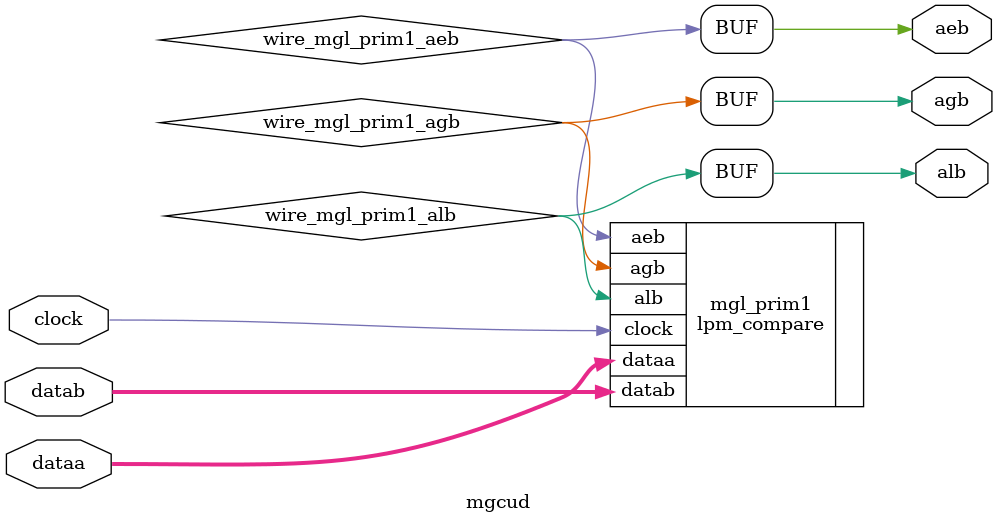
<source format=v>






//synthesis_resources = lpm_compare 1 
//synopsys translate_off
`timescale 1 ps / 1 ps
//synopsys translate_on
module  mgcud
	( 
	aeb,
	agb,
	alb,
	clock,
	dataa,
	datab) /* synthesis synthesis_clearbox=1 */;
	output   aeb;
	output   agb;
	output   alb;
	input   clock;
	input   [63:0]  dataa;
	input   [63:0]  datab;

	wire  wire_mgl_prim1_aeb;
	wire  wire_mgl_prim1_agb;
	wire  wire_mgl_prim1_alb;

	lpm_compare   mgl_prim1
	( 
	.aeb(wire_mgl_prim1_aeb),
	.agb(wire_mgl_prim1_agb),
	.alb(wire_mgl_prim1_alb),
	.clock(clock),
	.dataa(dataa),
	.datab(datab));
	defparam
		mgl_prim1.lpm_pipeline = 1,
		mgl_prim1.lpm_representation = "UNSIGNED",
		mgl_prim1.lpm_type = "LPM_COMPARE",
		mgl_prim1.lpm_width = 64;
	assign
		aeb = wire_mgl_prim1_aeb,
		agb = wire_mgl_prim1_agb,
		alb = wire_mgl_prim1_alb;
endmodule //mgcud
//VALID FILE

</source>
